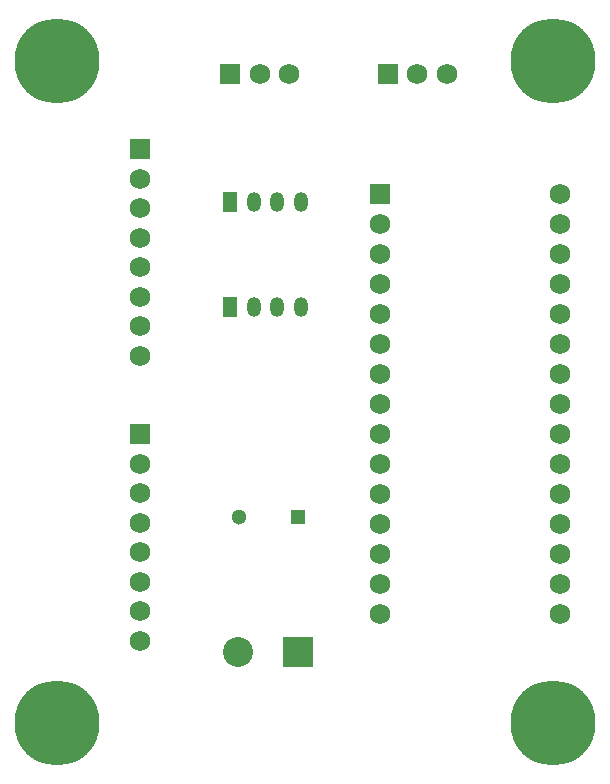
<source format=gbr>
G04 #@! TF.FileFunction,Soldermask,Bot*
%FSLAX46Y46*%
G04 Gerber Fmt 4.6, Leading zero omitted, Abs format (unit mm)*
G04 Created by KiCad (PCBNEW 4.0.3+e1-6302~38~ubuntu15.04.1-stable) date Fri Aug 26 22:40:40 2016*
%MOMM*%
%LPD*%
G01*
G04 APERTURE LIST*
%ADD10C,0.100000*%
%ADD11R,1.727200X1.727200*%
%ADD12C,1.727200*%
%ADD13R,1.300000X1.300000*%
%ADD14C,1.300000*%
%ADD15R,1.750000X1.750000*%
%ADD16C,1.750000*%
%ADD17R,1.200000X1.700000*%
%ADD18O,1.200000X1.700000*%
%ADD19R,2.540000X2.540000*%
%ADD20C,2.540000*%
%ADD21C,7.200000*%
G04 APERTURE END LIST*
D10*
D11*
X86360000Y-55245000D03*
D12*
X86360000Y-57785000D03*
X86360000Y-60325000D03*
X86360000Y-62865000D03*
X86360000Y-65405000D03*
X86360000Y-67945000D03*
X86360000Y-70485000D03*
X86360000Y-73025000D03*
X86360000Y-75565000D03*
X86360000Y-78105000D03*
X86360000Y-80645000D03*
X86360000Y-83185000D03*
X86360000Y-85725000D03*
X86360000Y-88265000D03*
X86360000Y-90805000D03*
X101600000Y-90805000D03*
X101600000Y-88265000D03*
X101600000Y-85725000D03*
X101600000Y-83185000D03*
X101600000Y-80645000D03*
X101600000Y-78105000D03*
X101600000Y-75565000D03*
X101600000Y-73025000D03*
X101600000Y-70485000D03*
X101600000Y-67945000D03*
X101600000Y-65405000D03*
X101600000Y-62865000D03*
X101600000Y-60325000D03*
X101600000Y-57785000D03*
X101600000Y-55245000D03*
D13*
X79375000Y-82550000D03*
D14*
X74375000Y-82550000D03*
D15*
X66040000Y-51435000D03*
D16*
X66040000Y-53935000D03*
X66040000Y-56435000D03*
X66040000Y-58935000D03*
X66040000Y-61435000D03*
X66040000Y-63935000D03*
X66040000Y-66435000D03*
X66040000Y-68935000D03*
D15*
X66040000Y-75565000D03*
D16*
X66040000Y-78065000D03*
X66040000Y-80565000D03*
X66040000Y-83065000D03*
X66040000Y-85565000D03*
X66040000Y-88065000D03*
X66040000Y-90565000D03*
X66040000Y-93065000D03*
D17*
X73660000Y-55880000D03*
D18*
X75660000Y-55880000D03*
X77660000Y-55880000D03*
X79660000Y-55880000D03*
D17*
X73660000Y-64770000D03*
D18*
X75660000Y-64770000D03*
X77660000Y-64770000D03*
X79660000Y-64770000D03*
D19*
X79375000Y-93980000D03*
D20*
X74295000Y-93980000D03*
D15*
X73660000Y-45085000D03*
D16*
X76160000Y-45085000D03*
X78660000Y-45085000D03*
D15*
X86995000Y-45085000D03*
D16*
X89495000Y-45085000D03*
X91995000Y-45085000D03*
D21*
X59000000Y-44000000D03*
X101000000Y-44000000D03*
X59000000Y-100000000D03*
X101000000Y-100000000D03*
M02*

</source>
